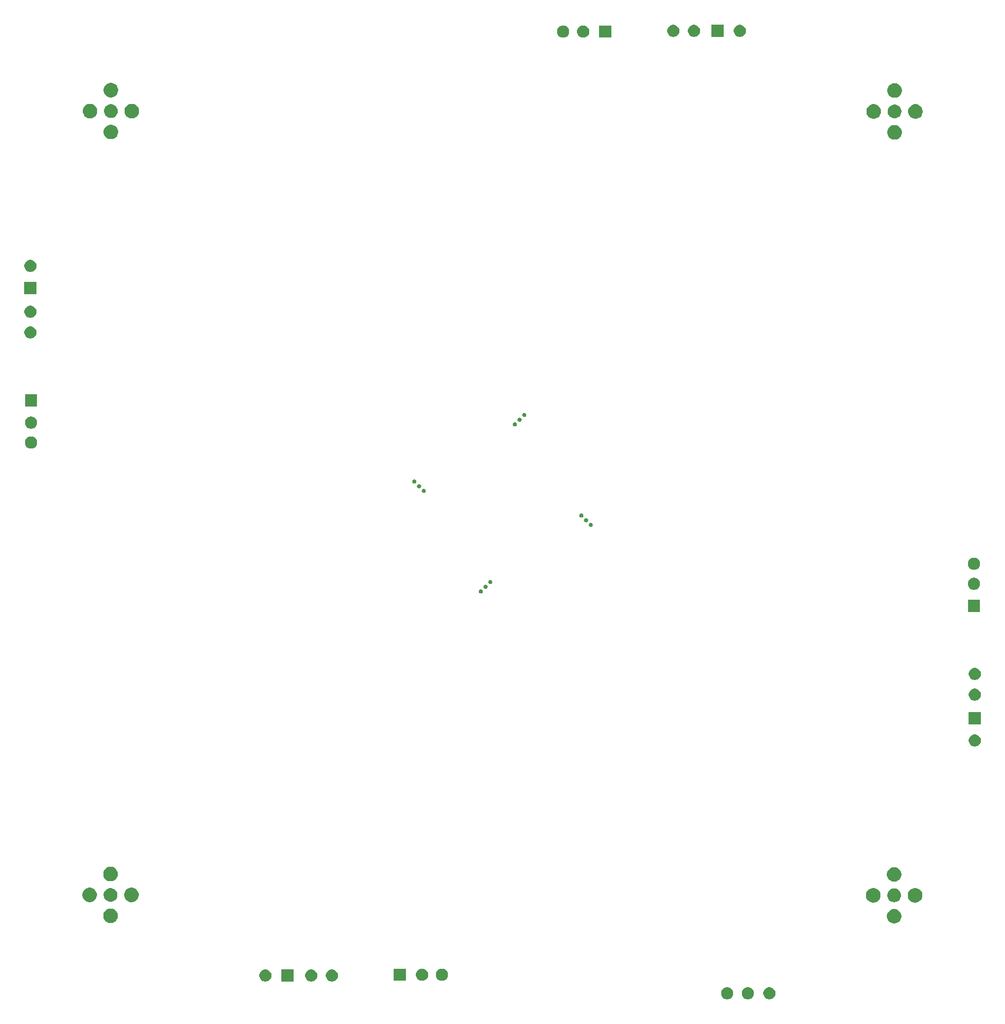
<source format=gbs>
G04 #@! TF.GenerationSoftware,KiCad,Pcbnew,5.0.2-bee76a0~70~ubuntu18.04.1*
G04 #@! TF.CreationDate,2019-03-23T19:21:48-04:00*
G04 #@! TF.ProjectId,Array_v1,41727261-795f-4763-912e-6b696361645f,rev?*
G04 #@! TF.SameCoordinates,Original*
G04 #@! TF.FileFunction,Soldermask,Bot*
G04 #@! TF.FilePolarity,Negative*
%FSLAX46Y46*%
G04 Gerber Fmt 4.6, Leading zero omitted, Abs format (unit mm)*
G04 Created by KiCad (PCBNEW 5.0.2-bee76a0~70~ubuntu18.04.1) date Sat 23 Mar 2019 07:21:48 PM EDT*
%MOMM*%
%LPD*%
G01*
G04 APERTURE LIST*
%ADD10C,0.100000*%
G04 APERTURE END LIST*
D10*
G36*
X-119073586Y-173233879D02*
X-119073584Y-173233880D01*
X-119073583Y-173233880D01*
X-118882406Y-173313068D01*
X-118710349Y-173428033D01*
X-118564033Y-173574349D01*
X-118449068Y-173746406D01*
X-118369879Y-173937586D01*
X-118329510Y-174140534D01*
X-118329510Y-174347466D01*
X-118369879Y-174550414D01*
X-118449068Y-174741594D01*
X-118564033Y-174913651D01*
X-118710349Y-175059967D01*
X-118710352Y-175059969D01*
X-118882406Y-175174932D01*
X-119073583Y-175254120D01*
X-119073584Y-175254120D01*
X-119073586Y-175254121D01*
X-119276534Y-175294490D01*
X-119483466Y-175294490D01*
X-119686414Y-175254121D01*
X-119686416Y-175254120D01*
X-119686417Y-175254120D01*
X-119877594Y-175174932D01*
X-120049648Y-175059969D01*
X-120049651Y-175059967D01*
X-120195967Y-174913651D01*
X-120310932Y-174741594D01*
X-120390121Y-174550414D01*
X-120430490Y-174347466D01*
X-120430490Y-174140534D01*
X-120390121Y-173937586D01*
X-120310932Y-173746406D01*
X-120195967Y-173574349D01*
X-120049651Y-173428033D01*
X-119877594Y-173313068D01*
X-119686417Y-173233880D01*
X-119686416Y-173233880D01*
X-119686414Y-173233879D01*
X-119483466Y-173193510D01*
X-119276534Y-173193510D01*
X-119073586Y-173233879D01*
X-119073586Y-173233879D01*
G37*
G36*
X-115517586Y-173233879D02*
X-115517584Y-173233880D01*
X-115517583Y-173233880D01*
X-115326406Y-173313068D01*
X-115154349Y-173428033D01*
X-115008033Y-173574349D01*
X-114893068Y-173746406D01*
X-114813879Y-173937586D01*
X-114773510Y-174140534D01*
X-114773510Y-174347466D01*
X-114813879Y-174550414D01*
X-114893068Y-174741594D01*
X-115008033Y-174913651D01*
X-115154349Y-175059967D01*
X-115154352Y-175059969D01*
X-115326406Y-175174932D01*
X-115517583Y-175254120D01*
X-115517584Y-175254120D01*
X-115517586Y-175254121D01*
X-115720534Y-175294490D01*
X-115927466Y-175294490D01*
X-116130414Y-175254121D01*
X-116130416Y-175254120D01*
X-116130417Y-175254120D01*
X-116321594Y-175174932D01*
X-116493648Y-175059969D01*
X-116493651Y-175059967D01*
X-116639967Y-174913651D01*
X-116754932Y-174741594D01*
X-116834121Y-174550414D01*
X-116874490Y-174347466D01*
X-116874490Y-174140534D01*
X-116834121Y-173937586D01*
X-116754932Y-173746406D01*
X-116639967Y-173574349D01*
X-116493651Y-173428033D01*
X-116321594Y-173313068D01*
X-116130417Y-173233880D01*
X-116130416Y-173233880D01*
X-116130414Y-173233879D01*
X-115927466Y-173193510D01*
X-115720534Y-173193510D01*
X-115517586Y-173233879D01*
X-115517586Y-173233879D01*
G37*
G36*
X-111834586Y-173233879D02*
X-111834584Y-173233880D01*
X-111834583Y-173233880D01*
X-111643406Y-173313068D01*
X-111471349Y-173428033D01*
X-111325033Y-173574349D01*
X-111210068Y-173746406D01*
X-111130879Y-173937586D01*
X-111090510Y-174140534D01*
X-111090510Y-174347466D01*
X-111130879Y-174550414D01*
X-111210068Y-174741594D01*
X-111325033Y-174913651D01*
X-111471349Y-175059967D01*
X-111471352Y-175059969D01*
X-111643406Y-175174932D01*
X-111834583Y-175254120D01*
X-111834584Y-175254120D01*
X-111834586Y-175254121D01*
X-112037534Y-175294490D01*
X-112244466Y-175294490D01*
X-112447414Y-175254121D01*
X-112447416Y-175254120D01*
X-112447417Y-175254120D01*
X-112638594Y-175174932D01*
X-112810648Y-175059969D01*
X-112810651Y-175059967D01*
X-112956967Y-174913651D01*
X-113071932Y-174741594D01*
X-113151121Y-174550414D01*
X-113191490Y-174347466D01*
X-113191490Y-174140534D01*
X-113151121Y-173937586D01*
X-113071932Y-173746406D01*
X-112956967Y-173574349D01*
X-112810651Y-173428033D01*
X-112638594Y-173313068D01*
X-112447417Y-173233880D01*
X-112447416Y-173233880D01*
X-112447414Y-173233879D01*
X-112244466Y-173193510D01*
X-112037534Y-173193510D01*
X-111834586Y-173233879D01*
X-111834586Y-173233879D01*
G37*
G36*
X-193894510Y-172246490D02*
X-195995490Y-172246490D01*
X-195995490Y-170145510D01*
X-193894510Y-170145510D01*
X-193894510Y-172246490D01*
X-193894510Y-172246490D01*
G37*
G36*
X-198448586Y-170185879D02*
X-198448584Y-170185880D01*
X-198448583Y-170185880D01*
X-198286466Y-170253031D01*
X-198257406Y-170265068D01*
X-198085349Y-170380033D01*
X-197939033Y-170526349D01*
X-197824068Y-170698406D01*
X-197744879Y-170889586D01*
X-197704510Y-171092534D01*
X-197704510Y-171299466D01*
X-197744879Y-171502414D01*
X-197824068Y-171693594D01*
X-197939033Y-171865651D01*
X-198085349Y-172011967D01*
X-198085352Y-172011969D01*
X-198257406Y-172126932D01*
X-198448583Y-172206120D01*
X-198448584Y-172206120D01*
X-198448586Y-172206121D01*
X-198651534Y-172246490D01*
X-198858466Y-172246490D01*
X-199061414Y-172206121D01*
X-199061416Y-172206120D01*
X-199061417Y-172206120D01*
X-199252594Y-172126932D01*
X-199424648Y-172011969D01*
X-199424651Y-172011967D01*
X-199570967Y-171865651D01*
X-199685932Y-171693594D01*
X-199765121Y-171502414D01*
X-199805490Y-171299466D01*
X-199805490Y-171092534D01*
X-199765121Y-170889586D01*
X-199685932Y-170698406D01*
X-199570967Y-170526349D01*
X-199424651Y-170380033D01*
X-199252594Y-170265068D01*
X-199223534Y-170253031D01*
X-199061417Y-170185880D01*
X-199061416Y-170185880D01*
X-199061414Y-170185879D01*
X-198858466Y-170145510D01*
X-198651534Y-170145510D01*
X-198448586Y-170185879D01*
X-198448586Y-170185879D01*
G37*
G36*
X-190574586Y-170185879D02*
X-190574584Y-170185880D01*
X-190574583Y-170185880D01*
X-190412466Y-170253031D01*
X-190383406Y-170265068D01*
X-190211349Y-170380033D01*
X-190065033Y-170526349D01*
X-189950068Y-170698406D01*
X-189870879Y-170889586D01*
X-189830510Y-171092534D01*
X-189830510Y-171299466D01*
X-189870879Y-171502414D01*
X-189950068Y-171693594D01*
X-190065033Y-171865651D01*
X-190211349Y-172011967D01*
X-190211352Y-172011969D01*
X-190383406Y-172126932D01*
X-190574583Y-172206120D01*
X-190574584Y-172206120D01*
X-190574586Y-172206121D01*
X-190777534Y-172246490D01*
X-190984466Y-172246490D01*
X-191187414Y-172206121D01*
X-191187416Y-172206120D01*
X-191187417Y-172206120D01*
X-191378594Y-172126932D01*
X-191550648Y-172011969D01*
X-191550651Y-172011967D01*
X-191696967Y-171865651D01*
X-191811932Y-171693594D01*
X-191891121Y-171502414D01*
X-191931490Y-171299466D01*
X-191931490Y-171092534D01*
X-191891121Y-170889586D01*
X-191811932Y-170698406D01*
X-191696967Y-170526349D01*
X-191550651Y-170380033D01*
X-191378594Y-170265068D01*
X-191349534Y-170253031D01*
X-191187417Y-170185880D01*
X-191187416Y-170185880D01*
X-191187414Y-170185879D01*
X-190984466Y-170145510D01*
X-190777534Y-170145510D01*
X-190574586Y-170185879D01*
X-190574586Y-170185879D01*
G37*
G36*
X-187018586Y-170185879D02*
X-187018584Y-170185880D01*
X-187018583Y-170185880D01*
X-186856466Y-170253031D01*
X-186827406Y-170265068D01*
X-186655349Y-170380033D01*
X-186509033Y-170526349D01*
X-186394068Y-170698406D01*
X-186314879Y-170889586D01*
X-186274510Y-171092534D01*
X-186274510Y-171299466D01*
X-186314879Y-171502414D01*
X-186394068Y-171693594D01*
X-186509033Y-171865651D01*
X-186655349Y-172011967D01*
X-186655352Y-172011969D01*
X-186827406Y-172126932D01*
X-187018583Y-172206120D01*
X-187018584Y-172206120D01*
X-187018586Y-172206121D01*
X-187221534Y-172246490D01*
X-187428466Y-172246490D01*
X-187631414Y-172206121D01*
X-187631416Y-172206120D01*
X-187631417Y-172206120D01*
X-187822594Y-172126932D01*
X-187994648Y-172011969D01*
X-187994651Y-172011967D01*
X-188140967Y-171865651D01*
X-188255932Y-171693594D01*
X-188335121Y-171502414D01*
X-188375490Y-171299466D01*
X-188375490Y-171092534D01*
X-188335121Y-170889586D01*
X-188255932Y-170698406D01*
X-188140967Y-170526349D01*
X-187994651Y-170380033D01*
X-187822594Y-170265068D01*
X-187793534Y-170253031D01*
X-187631417Y-170185880D01*
X-187631416Y-170185880D01*
X-187631414Y-170185879D01*
X-187428466Y-170145510D01*
X-187221534Y-170145510D01*
X-187018586Y-170185879D01*
X-187018586Y-170185879D01*
G37*
G36*
X-174590510Y-172119490D02*
X-176691490Y-172119490D01*
X-176691490Y-170018510D01*
X-174590510Y-170018510D01*
X-174590510Y-172119490D01*
X-174590510Y-172119490D01*
G37*
G36*
X-171524586Y-170058879D02*
X-171524584Y-170058880D01*
X-171524583Y-170058880D01*
X-171333406Y-170138068D01*
X-171161349Y-170253033D01*
X-171015033Y-170399349D01*
X-170900068Y-170571406D01*
X-170820879Y-170762586D01*
X-170780510Y-170965534D01*
X-170780510Y-171172466D01*
X-170820879Y-171375414D01*
X-170900068Y-171566594D01*
X-171015033Y-171738651D01*
X-171161349Y-171884967D01*
X-171161352Y-171884969D01*
X-171333406Y-171999932D01*
X-171524583Y-172079120D01*
X-171524584Y-172079120D01*
X-171524586Y-172079121D01*
X-171727534Y-172119490D01*
X-171934466Y-172119490D01*
X-172137414Y-172079121D01*
X-172137416Y-172079120D01*
X-172137417Y-172079120D01*
X-172328594Y-171999932D01*
X-172500648Y-171884969D01*
X-172500651Y-171884967D01*
X-172646967Y-171738651D01*
X-172761932Y-171566594D01*
X-172841121Y-171375414D01*
X-172881490Y-171172466D01*
X-172881490Y-170965534D01*
X-172841121Y-170762586D01*
X-172761932Y-170571406D01*
X-172646967Y-170399349D01*
X-172500651Y-170253033D01*
X-172328594Y-170138068D01*
X-172137417Y-170058880D01*
X-172137416Y-170058880D01*
X-172137414Y-170058879D01*
X-171934466Y-170018510D01*
X-171727534Y-170018510D01*
X-171524586Y-170058879D01*
X-171524586Y-170058879D01*
G37*
G36*
X-168095586Y-170058879D02*
X-168095584Y-170058880D01*
X-168095583Y-170058880D01*
X-167904406Y-170138068D01*
X-167732349Y-170253033D01*
X-167586033Y-170399349D01*
X-167471068Y-170571406D01*
X-167391879Y-170762586D01*
X-167351510Y-170965534D01*
X-167351510Y-171172466D01*
X-167391879Y-171375414D01*
X-167471068Y-171566594D01*
X-167586033Y-171738651D01*
X-167732349Y-171884967D01*
X-167732352Y-171884969D01*
X-167904406Y-171999932D01*
X-168095583Y-172079120D01*
X-168095584Y-172079120D01*
X-168095586Y-172079121D01*
X-168298534Y-172119490D01*
X-168505466Y-172119490D01*
X-168708414Y-172079121D01*
X-168708416Y-172079120D01*
X-168708417Y-172079120D01*
X-168899594Y-171999932D01*
X-169071648Y-171884969D01*
X-169071651Y-171884967D01*
X-169217967Y-171738651D01*
X-169332932Y-171566594D01*
X-169412121Y-171375414D01*
X-169452490Y-171172466D01*
X-169452490Y-170965534D01*
X-169412121Y-170762586D01*
X-169332932Y-170571406D01*
X-169217967Y-170399349D01*
X-169071651Y-170253033D01*
X-168899594Y-170138068D01*
X-168708417Y-170058880D01*
X-168708416Y-170058880D01*
X-168708414Y-170058879D01*
X-168505466Y-170018510D01*
X-168298534Y-170018510D01*
X-168095586Y-170058879D01*
X-168095586Y-170058879D01*
G37*
G36*
X-90499901Y-159767574D02*
X-90318634Y-159803630D01*
X-90090966Y-159897933D01*
X-89886995Y-160034223D01*
X-89886068Y-160034842D01*
X-89711824Y-160209086D01*
X-89711822Y-160209089D01*
X-89574915Y-160413984D01*
X-89480612Y-160641652D01*
X-89432537Y-160883342D01*
X-89432537Y-161129768D01*
X-89480612Y-161371458D01*
X-89574915Y-161599126D01*
X-89667061Y-161737031D01*
X-89711824Y-161804024D01*
X-89886068Y-161978268D01*
X-89886071Y-161978270D01*
X-90090966Y-162115177D01*
X-90318634Y-162209480D01*
X-90499901Y-162245536D01*
X-90560323Y-162257555D01*
X-90806751Y-162257555D01*
X-90867173Y-162245536D01*
X-91048440Y-162209480D01*
X-91276108Y-162115177D01*
X-91481003Y-161978270D01*
X-91481006Y-161978268D01*
X-91655250Y-161804024D01*
X-91700013Y-161737031D01*
X-91792159Y-161599126D01*
X-91886462Y-161371458D01*
X-91934537Y-161129768D01*
X-91934537Y-160883342D01*
X-91886462Y-160641652D01*
X-91792159Y-160413984D01*
X-91655252Y-160209089D01*
X-91655250Y-160209086D01*
X-91481006Y-160034842D01*
X-91480079Y-160034223D01*
X-91276108Y-159897933D01*
X-91048440Y-159803630D01*
X-90867173Y-159767574D01*
X-90806751Y-159755555D01*
X-90560323Y-159755555D01*
X-90499901Y-159767574D01*
X-90499901Y-159767574D01*
G37*
G36*
X-225175817Y-159700584D02*
X-224994550Y-159736640D01*
X-224766882Y-159830943D01*
X-224562911Y-159967233D01*
X-224561984Y-159967852D01*
X-224387740Y-160142096D01*
X-224387738Y-160142099D01*
X-224250831Y-160346994D01*
X-224156528Y-160574662D01*
X-224108453Y-160816352D01*
X-224108453Y-161062778D01*
X-224156528Y-161304468D01*
X-224250831Y-161532136D01*
X-224387121Y-161736107D01*
X-224387740Y-161737034D01*
X-224561984Y-161911278D01*
X-224561987Y-161911280D01*
X-224766882Y-162048187D01*
X-224994550Y-162142490D01*
X-225175817Y-162178546D01*
X-225236239Y-162190565D01*
X-225482667Y-162190565D01*
X-225543089Y-162178546D01*
X-225724356Y-162142490D01*
X-225952024Y-162048187D01*
X-226156919Y-161911280D01*
X-226156922Y-161911278D01*
X-226331166Y-161737034D01*
X-226331785Y-161736107D01*
X-226468075Y-161532136D01*
X-226562378Y-161304468D01*
X-226610453Y-161062778D01*
X-226610453Y-160816352D01*
X-226562378Y-160574662D01*
X-226468075Y-160346994D01*
X-226331168Y-160142099D01*
X-226331166Y-160142096D01*
X-226156922Y-159967852D01*
X-226155995Y-159967233D01*
X-225952024Y-159830943D01*
X-225724356Y-159736640D01*
X-225543089Y-159700584D01*
X-225482667Y-159688565D01*
X-225236239Y-159688565D01*
X-225175817Y-159700584D01*
X-225175817Y-159700584D01*
G37*
G36*
X-94112157Y-156171463D02*
X-93910736Y-156211528D01*
X-93683068Y-156305831D01*
X-93491244Y-156434004D01*
X-93478170Y-156442740D01*
X-93303926Y-156616984D01*
X-93303924Y-156616987D01*
X-93167017Y-156821882D01*
X-93072714Y-157049550D01*
X-93024639Y-157291240D01*
X-93024639Y-157537666D01*
X-93072714Y-157779356D01*
X-93167017Y-158007024D01*
X-93227217Y-158097119D01*
X-93303926Y-158211922D01*
X-93478170Y-158386166D01*
X-93478173Y-158386168D01*
X-93683068Y-158523075D01*
X-93910736Y-158617378D01*
X-94092004Y-158653434D01*
X-94152425Y-158665453D01*
X-94398853Y-158665453D01*
X-94459274Y-158653434D01*
X-94640542Y-158617378D01*
X-94868210Y-158523075D01*
X-95073105Y-158386168D01*
X-95073108Y-158386166D01*
X-95247352Y-158211922D01*
X-95324061Y-158097119D01*
X-95384261Y-158007024D01*
X-95478564Y-157779356D01*
X-95526639Y-157537666D01*
X-95526639Y-157291240D01*
X-95478564Y-157049550D01*
X-95384261Y-156821882D01*
X-95247354Y-156616987D01*
X-95247352Y-156616984D01*
X-95073108Y-156442740D01*
X-95060034Y-156434004D01*
X-94868210Y-156305831D01*
X-94640542Y-156211528D01*
X-94439121Y-156171463D01*
X-94398853Y-156163453D01*
X-94152425Y-156163453D01*
X-94112157Y-156171463D01*
X-94112157Y-156171463D01*
G37*
G36*
X-86927953Y-156171463D02*
X-86726532Y-156211528D01*
X-86498864Y-156305831D01*
X-86307040Y-156434004D01*
X-86293966Y-156442740D01*
X-86119722Y-156616984D01*
X-86119720Y-156616987D01*
X-85982813Y-156821882D01*
X-85888510Y-157049550D01*
X-85840435Y-157291240D01*
X-85840435Y-157537666D01*
X-85888510Y-157779356D01*
X-85982813Y-158007024D01*
X-86043013Y-158097119D01*
X-86119722Y-158211922D01*
X-86293966Y-158386166D01*
X-86293969Y-158386168D01*
X-86498864Y-158523075D01*
X-86726532Y-158617378D01*
X-86907800Y-158653434D01*
X-86968221Y-158665453D01*
X-87214649Y-158665453D01*
X-87275070Y-158653434D01*
X-87456338Y-158617378D01*
X-87684006Y-158523075D01*
X-87888901Y-158386168D01*
X-87888904Y-158386166D01*
X-88063148Y-158211922D01*
X-88139857Y-158097119D01*
X-88200057Y-158007024D01*
X-88294360Y-157779356D01*
X-88342435Y-157537666D01*
X-88342435Y-157291240D01*
X-88294360Y-157049550D01*
X-88200057Y-156821882D01*
X-88063150Y-156616987D01*
X-88063148Y-156616984D01*
X-87888904Y-156442740D01*
X-87875830Y-156434004D01*
X-87684006Y-156305831D01*
X-87456338Y-156211528D01*
X-87254917Y-156171463D01*
X-87214649Y-156163453D01*
X-86968221Y-156163453D01*
X-86927953Y-156171463D01*
X-86927953Y-156171463D01*
G37*
G36*
X-221583716Y-156108482D02*
X-221402448Y-156144538D01*
X-221174780Y-156238841D01*
X-220975053Y-156372295D01*
X-220969882Y-156375750D01*
X-220795638Y-156549994D01*
X-220795636Y-156549997D01*
X-220658729Y-156754892D01*
X-220564426Y-156982560D01*
X-220516351Y-157224250D01*
X-220516351Y-157470676D01*
X-220564426Y-157712366D01*
X-220658729Y-157940034D01*
X-220763690Y-158097119D01*
X-220795638Y-158144932D01*
X-220969882Y-158319176D01*
X-220969885Y-158319178D01*
X-221174780Y-158456085D01*
X-221402448Y-158550388D01*
X-221583715Y-158586444D01*
X-221644137Y-158598463D01*
X-221890565Y-158598463D01*
X-221950987Y-158586444D01*
X-222132254Y-158550388D01*
X-222359922Y-158456085D01*
X-222564817Y-158319178D01*
X-222564820Y-158319176D01*
X-222739064Y-158144932D01*
X-222771012Y-158097119D01*
X-222875973Y-157940034D01*
X-222970276Y-157712366D01*
X-223018351Y-157470676D01*
X-223018351Y-157224250D01*
X-222970276Y-156982560D01*
X-222875973Y-156754892D01*
X-222739066Y-156549997D01*
X-222739064Y-156549994D01*
X-222564820Y-156375750D01*
X-222559649Y-156372295D01*
X-222359922Y-156238841D01*
X-222132254Y-156144538D01*
X-221950986Y-156108482D01*
X-221890565Y-156096463D01*
X-221644137Y-156096463D01*
X-221583716Y-156108482D01*
X-221583716Y-156108482D01*
G37*
G36*
X-228767920Y-156108482D02*
X-228586652Y-156144538D01*
X-228358984Y-156238841D01*
X-228159257Y-156372295D01*
X-228154086Y-156375750D01*
X-227979842Y-156549994D01*
X-227979840Y-156549997D01*
X-227842933Y-156754892D01*
X-227748630Y-156982560D01*
X-227700555Y-157224250D01*
X-227700555Y-157470676D01*
X-227748630Y-157712366D01*
X-227842933Y-157940034D01*
X-227947894Y-158097119D01*
X-227979842Y-158144932D01*
X-228154086Y-158319176D01*
X-228154089Y-158319178D01*
X-228358984Y-158456085D01*
X-228586652Y-158550388D01*
X-228767919Y-158586444D01*
X-228828341Y-158598463D01*
X-229074769Y-158598463D01*
X-229135191Y-158586444D01*
X-229316458Y-158550388D01*
X-229544126Y-158456085D01*
X-229749021Y-158319178D01*
X-229749024Y-158319176D01*
X-229923268Y-158144932D01*
X-229955216Y-158097119D01*
X-230060177Y-157940034D01*
X-230154480Y-157712366D01*
X-230202555Y-157470676D01*
X-230202555Y-157224250D01*
X-230154480Y-156982560D01*
X-230060177Y-156754892D01*
X-229923270Y-156549997D01*
X-229923268Y-156549994D01*
X-229749024Y-156375750D01*
X-229743853Y-156372295D01*
X-229544126Y-156238841D01*
X-229316458Y-156144538D01*
X-229135190Y-156108482D01*
X-229074769Y-156096463D01*
X-228828341Y-156096463D01*
X-228767920Y-156108482D01*
X-228767920Y-156108482D01*
G37*
G36*
X-90454110Y-156261050D02*
X-90340510Y-156283646D01*
X-90126492Y-156372295D01*
X-90021067Y-156442738D01*
X-89933878Y-156500996D01*
X-89770080Y-156664794D01*
X-89770078Y-156664797D01*
X-89641379Y-156857408D01*
X-89561790Y-157049553D01*
X-89552730Y-157071427D01*
X-89507537Y-157298626D01*
X-89507537Y-157530280D01*
X-89530133Y-157643879D01*
X-89552730Y-157757480D01*
X-89641379Y-157971498D01*
X-89665117Y-158007024D01*
X-89770080Y-158164112D01*
X-89933878Y-158327910D01*
X-89933881Y-158327912D01*
X-90126492Y-158456611D01*
X-90340510Y-158545260D01*
X-90454111Y-158567857D01*
X-90567710Y-158590453D01*
X-90799364Y-158590453D01*
X-90912963Y-158567857D01*
X-91026564Y-158545260D01*
X-91240582Y-158456611D01*
X-91433193Y-158327912D01*
X-91433196Y-158327910D01*
X-91596994Y-158164112D01*
X-91701957Y-158007024D01*
X-91725695Y-157971498D01*
X-91814344Y-157757480D01*
X-91836941Y-157643879D01*
X-91859537Y-157530280D01*
X-91859537Y-157298626D01*
X-91814344Y-157071427D01*
X-91805284Y-157049553D01*
X-91725695Y-156857408D01*
X-91596996Y-156664797D01*
X-91596994Y-156664794D01*
X-91433196Y-156500996D01*
X-91346007Y-156442738D01*
X-91240582Y-156372295D01*
X-91026564Y-156283646D01*
X-90912964Y-156261050D01*
X-90799364Y-156238453D01*
X-90567710Y-156238453D01*
X-90454110Y-156261050D01*
X-90454110Y-156261050D01*
G37*
G36*
X-225130026Y-156194060D02*
X-225016426Y-156216656D01*
X-224802408Y-156305305D01*
X-224702151Y-156372295D01*
X-224609794Y-156434006D01*
X-224445996Y-156597804D01*
X-224445994Y-156597807D01*
X-224317295Y-156790418D01*
X-224237706Y-156982563D01*
X-224228646Y-157004437D01*
X-224183453Y-157231636D01*
X-224183453Y-157463290D01*
X-224196778Y-157530279D01*
X-224228646Y-157690490D01*
X-224317295Y-157904508D01*
X-224445127Y-158095821D01*
X-224445996Y-158097122D01*
X-224609794Y-158260920D01*
X-224609797Y-158260922D01*
X-224802408Y-158389621D01*
X-225016426Y-158478270D01*
X-225130026Y-158500866D01*
X-225243626Y-158523463D01*
X-225475280Y-158523463D01*
X-225588880Y-158500866D01*
X-225702480Y-158478270D01*
X-225916498Y-158389621D01*
X-226109109Y-158260922D01*
X-226109112Y-158260920D01*
X-226272910Y-158097122D01*
X-226273779Y-158095821D01*
X-226401611Y-157904508D01*
X-226490260Y-157690490D01*
X-226522128Y-157530279D01*
X-226535453Y-157463290D01*
X-226535453Y-157231636D01*
X-226490260Y-157004437D01*
X-226481200Y-156982563D01*
X-226401611Y-156790418D01*
X-226272912Y-156597807D01*
X-226272910Y-156597804D01*
X-226109112Y-156434006D01*
X-226016755Y-156372295D01*
X-225916498Y-156305305D01*
X-225702480Y-156216656D01*
X-225588880Y-156194060D01*
X-225475280Y-156171463D01*
X-225243626Y-156171463D01*
X-225130026Y-156194060D01*
X-225130026Y-156194060D01*
G37*
G36*
X-90499902Y-152583370D02*
X-90318634Y-152619426D01*
X-90090966Y-152713729D01*
X-89886995Y-152850019D01*
X-89886068Y-152850638D01*
X-89711824Y-153024882D01*
X-89711822Y-153024885D01*
X-89574915Y-153229780D01*
X-89480612Y-153457448D01*
X-89432537Y-153699138D01*
X-89432537Y-153945564D01*
X-89480612Y-154187254D01*
X-89574915Y-154414922D01*
X-89667061Y-154552827D01*
X-89711824Y-154619820D01*
X-89886068Y-154794064D01*
X-89886071Y-154794066D01*
X-90090966Y-154930973D01*
X-90318634Y-155025276D01*
X-90499901Y-155061332D01*
X-90560323Y-155073351D01*
X-90806751Y-155073351D01*
X-90867173Y-155061332D01*
X-91048440Y-155025276D01*
X-91276108Y-154930973D01*
X-91481003Y-154794066D01*
X-91481006Y-154794064D01*
X-91655250Y-154619820D01*
X-91700013Y-154552827D01*
X-91792159Y-154414922D01*
X-91886462Y-154187254D01*
X-91934537Y-153945564D01*
X-91934537Y-153699138D01*
X-91886462Y-153457448D01*
X-91792159Y-153229780D01*
X-91655252Y-153024885D01*
X-91655250Y-153024882D01*
X-91481006Y-152850638D01*
X-91480079Y-152850019D01*
X-91276108Y-152713729D01*
X-91048440Y-152619426D01*
X-90867172Y-152583370D01*
X-90806751Y-152571351D01*
X-90560323Y-152571351D01*
X-90499902Y-152583370D01*
X-90499902Y-152583370D01*
G37*
G36*
X-225175818Y-152516380D02*
X-224994550Y-152552436D01*
X-224766882Y-152646739D01*
X-224562911Y-152783029D01*
X-224561984Y-152783648D01*
X-224387740Y-152957892D01*
X-224387738Y-152957895D01*
X-224250831Y-153162790D01*
X-224156528Y-153390458D01*
X-224108453Y-153632148D01*
X-224108453Y-153878574D01*
X-224156528Y-154120264D01*
X-224250831Y-154347932D01*
X-224387121Y-154551903D01*
X-224387740Y-154552830D01*
X-224561984Y-154727074D01*
X-224561987Y-154727076D01*
X-224766882Y-154863983D01*
X-224994550Y-154958286D01*
X-225175818Y-154994342D01*
X-225236239Y-155006361D01*
X-225482667Y-155006361D01*
X-225543088Y-154994342D01*
X-225724356Y-154958286D01*
X-225952024Y-154863983D01*
X-226156919Y-154727076D01*
X-226156922Y-154727074D01*
X-226331166Y-154552830D01*
X-226331785Y-154551903D01*
X-226468075Y-154347932D01*
X-226562378Y-154120264D01*
X-226610453Y-153878574D01*
X-226610453Y-153632148D01*
X-226562378Y-153390458D01*
X-226468075Y-153162790D01*
X-226331168Y-152957895D01*
X-226331166Y-152957892D01*
X-226156922Y-152783648D01*
X-226155995Y-152783029D01*
X-225952024Y-152646739D01*
X-225724356Y-152552436D01*
X-225543088Y-152516380D01*
X-225482667Y-152504361D01*
X-225236239Y-152504361D01*
X-225175818Y-152516380D01*
X-225175818Y-152516380D01*
G37*
G36*
X-76528586Y-129799879D02*
X-76528584Y-129799880D01*
X-76528583Y-129799880D01*
X-76337406Y-129879068D01*
X-76165349Y-129994033D01*
X-76019033Y-130140349D01*
X-75904068Y-130312406D01*
X-75824879Y-130503586D01*
X-75784510Y-130706534D01*
X-75784510Y-130913466D01*
X-75824879Y-131116414D01*
X-75904068Y-131307594D01*
X-76019033Y-131479651D01*
X-76165349Y-131625967D01*
X-76165352Y-131625969D01*
X-76337406Y-131740932D01*
X-76528583Y-131820120D01*
X-76528584Y-131820120D01*
X-76528586Y-131820121D01*
X-76731534Y-131860490D01*
X-76938466Y-131860490D01*
X-77141414Y-131820121D01*
X-77141416Y-131820120D01*
X-77141417Y-131820120D01*
X-77332594Y-131740932D01*
X-77504648Y-131625969D01*
X-77504651Y-131625967D01*
X-77650967Y-131479651D01*
X-77765932Y-131307594D01*
X-77845121Y-131116414D01*
X-77885490Y-130913466D01*
X-77885490Y-130706534D01*
X-77845121Y-130503586D01*
X-77765932Y-130312406D01*
X-77650967Y-130140349D01*
X-77504651Y-129994033D01*
X-77332594Y-129879068D01*
X-77141417Y-129799880D01*
X-77141416Y-129799880D01*
X-77141414Y-129799879D01*
X-76938466Y-129759510D01*
X-76731534Y-129759510D01*
X-76528586Y-129799879D01*
X-76528586Y-129799879D01*
G37*
G36*
X-75784510Y-128050490D02*
X-77885490Y-128050490D01*
X-77885490Y-125949510D01*
X-75784510Y-125949510D01*
X-75784510Y-128050490D01*
X-75784510Y-128050490D01*
G37*
G36*
X-76528586Y-121925879D02*
X-76528584Y-121925880D01*
X-76528583Y-121925880D01*
X-76337406Y-122005068D01*
X-76165349Y-122120033D01*
X-76019033Y-122266349D01*
X-75904068Y-122438406D01*
X-75824879Y-122629586D01*
X-75784510Y-122832534D01*
X-75784510Y-123039466D01*
X-75824879Y-123242414D01*
X-75904068Y-123433594D01*
X-76019033Y-123605651D01*
X-76165349Y-123751967D01*
X-76165352Y-123751969D01*
X-76337406Y-123866932D01*
X-76528583Y-123946120D01*
X-76528584Y-123946120D01*
X-76528586Y-123946121D01*
X-76731534Y-123986490D01*
X-76938466Y-123986490D01*
X-77141414Y-123946121D01*
X-77141416Y-123946120D01*
X-77141417Y-123946120D01*
X-77332594Y-123866932D01*
X-77504648Y-123751969D01*
X-77504651Y-123751967D01*
X-77650967Y-123605651D01*
X-77765932Y-123433594D01*
X-77845121Y-123242414D01*
X-77885490Y-123039466D01*
X-77885490Y-122832534D01*
X-77845121Y-122629586D01*
X-77765932Y-122438406D01*
X-77650967Y-122266349D01*
X-77504651Y-122120033D01*
X-77332594Y-122005068D01*
X-77141417Y-121925880D01*
X-77141416Y-121925880D01*
X-77141414Y-121925879D01*
X-76938466Y-121885510D01*
X-76731534Y-121885510D01*
X-76528586Y-121925879D01*
X-76528586Y-121925879D01*
G37*
G36*
X-76528586Y-118369879D02*
X-76528584Y-118369880D01*
X-76528583Y-118369880D01*
X-76337406Y-118449068D01*
X-76165349Y-118564033D01*
X-76019033Y-118710349D01*
X-75904068Y-118882406D01*
X-75824879Y-119073586D01*
X-75784510Y-119276534D01*
X-75784510Y-119483466D01*
X-75824879Y-119686414D01*
X-75904068Y-119877594D01*
X-76019033Y-120049651D01*
X-76165349Y-120195967D01*
X-76165352Y-120195969D01*
X-76337406Y-120310932D01*
X-76528583Y-120390120D01*
X-76528584Y-120390120D01*
X-76528586Y-120390121D01*
X-76731534Y-120430490D01*
X-76938466Y-120430490D01*
X-77141414Y-120390121D01*
X-77141416Y-120390120D01*
X-77141417Y-120390120D01*
X-77332594Y-120310932D01*
X-77504648Y-120195969D01*
X-77504651Y-120195967D01*
X-77650967Y-120049651D01*
X-77765932Y-119877594D01*
X-77845121Y-119686414D01*
X-77885490Y-119483466D01*
X-77885490Y-119276534D01*
X-77845121Y-119073586D01*
X-77765932Y-118882406D01*
X-77650967Y-118710349D01*
X-77504651Y-118564033D01*
X-77332594Y-118449068D01*
X-77141417Y-118369880D01*
X-77141416Y-118369880D01*
X-77141414Y-118369879D01*
X-76938466Y-118329510D01*
X-76731534Y-118329510D01*
X-76528586Y-118369879D01*
X-76528586Y-118369879D01*
G37*
G36*
X-75911510Y-108746490D02*
X-78012490Y-108746490D01*
X-78012490Y-106645510D01*
X-75911510Y-106645510D01*
X-75911510Y-108746490D01*
X-75911510Y-108746490D01*
G37*
G36*
X-161619790Y-104869662D02*
X-161555912Y-104896121D01*
X-161498423Y-104934534D01*
X-161449534Y-104983423D01*
X-161411121Y-105040912D01*
X-161384662Y-105104790D01*
X-161371173Y-105172603D01*
X-161371173Y-105241743D01*
X-161384662Y-105309556D01*
X-161411121Y-105373434D01*
X-161449534Y-105430923D01*
X-161498423Y-105479812D01*
X-161555912Y-105518225D01*
X-161619790Y-105544684D01*
X-161687603Y-105558173D01*
X-161756743Y-105558173D01*
X-161824556Y-105544684D01*
X-161888434Y-105518225D01*
X-161945923Y-105479812D01*
X-161994812Y-105430923D01*
X-162033225Y-105373434D01*
X-162059684Y-105309556D01*
X-162073173Y-105241743D01*
X-162073173Y-105172603D01*
X-162059684Y-105104790D01*
X-162033225Y-105040912D01*
X-161994812Y-104983423D01*
X-161945923Y-104934534D01*
X-161888434Y-104896121D01*
X-161824556Y-104869662D01*
X-161756743Y-104856173D01*
X-161687603Y-104856173D01*
X-161619790Y-104869662D01*
X-161619790Y-104869662D01*
G37*
G36*
X-76655586Y-102875879D02*
X-76655584Y-102875880D01*
X-76655583Y-102875880D01*
X-76464406Y-102955068D01*
X-76292349Y-103070033D01*
X-76146033Y-103216349D01*
X-76031068Y-103388406D01*
X-75951879Y-103579586D01*
X-75911510Y-103782534D01*
X-75911510Y-103989466D01*
X-75951879Y-104192414D01*
X-76031068Y-104383594D01*
X-76146033Y-104555651D01*
X-76292349Y-104701967D01*
X-76292352Y-104701969D01*
X-76464406Y-104816932D01*
X-76655583Y-104896120D01*
X-76655584Y-104896120D01*
X-76655586Y-104896121D01*
X-76858534Y-104936490D01*
X-77065466Y-104936490D01*
X-77268414Y-104896121D01*
X-77268416Y-104896120D01*
X-77268417Y-104896120D01*
X-77459594Y-104816932D01*
X-77631648Y-104701969D01*
X-77631651Y-104701967D01*
X-77777967Y-104555651D01*
X-77892932Y-104383594D01*
X-77972121Y-104192414D01*
X-78012490Y-103989466D01*
X-78012490Y-103782534D01*
X-77972121Y-103579586D01*
X-77892932Y-103388406D01*
X-77777967Y-103216349D01*
X-77631651Y-103070033D01*
X-77459594Y-102955068D01*
X-77268417Y-102875880D01*
X-77268416Y-102875880D01*
X-77268414Y-102875879D01*
X-77065466Y-102835510D01*
X-76858534Y-102835510D01*
X-76655586Y-102875879D01*
X-76655586Y-102875879D01*
G37*
G36*
X-160806617Y-104056489D02*
X-160742739Y-104082948D01*
X-160685250Y-104121361D01*
X-160636361Y-104170250D01*
X-160597948Y-104227739D01*
X-160571489Y-104291617D01*
X-160558000Y-104359430D01*
X-160558000Y-104428570D01*
X-160571489Y-104496383D01*
X-160597948Y-104560261D01*
X-160636361Y-104617750D01*
X-160685250Y-104666639D01*
X-160738122Y-104701967D01*
X-160742739Y-104705052D01*
X-160806617Y-104731511D01*
X-160874430Y-104745000D01*
X-160943570Y-104745000D01*
X-161011383Y-104731511D01*
X-161075261Y-104705052D01*
X-161079878Y-104701967D01*
X-161132750Y-104666639D01*
X-161181639Y-104617750D01*
X-161220052Y-104560261D01*
X-161246511Y-104496383D01*
X-161260000Y-104428570D01*
X-161260000Y-104359430D01*
X-161246511Y-104291617D01*
X-161220052Y-104227739D01*
X-161181639Y-104170250D01*
X-161132750Y-104121361D01*
X-161075261Y-104082948D01*
X-161011383Y-104056489D01*
X-160943570Y-104043000D01*
X-160874430Y-104043000D01*
X-160806617Y-104056489D01*
X-160806617Y-104056489D01*
G37*
G36*
X-159993444Y-103243316D02*
X-159929566Y-103269775D01*
X-159872077Y-103308188D01*
X-159823188Y-103357077D01*
X-159784775Y-103414566D01*
X-159758316Y-103478444D01*
X-159744827Y-103546257D01*
X-159744827Y-103615397D01*
X-159758316Y-103683210D01*
X-159784775Y-103747088D01*
X-159823188Y-103804577D01*
X-159872077Y-103853466D01*
X-159929566Y-103891879D01*
X-159993444Y-103918338D01*
X-160061257Y-103931827D01*
X-160130397Y-103931827D01*
X-160198210Y-103918338D01*
X-160262088Y-103891879D01*
X-160319577Y-103853466D01*
X-160368466Y-103804577D01*
X-160406879Y-103747088D01*
X-160433338Y-103683210D01*
X-160446827Y-103615397D01*
X-160446827Y-103546257D01*
X-160433338Y-103478444D01*
X-160406879Y-103414566D01*
X-160368466Y-103357077D01*
X-160319577Y-103308188D01*
X-160262088Y-103269775D01*
X-160198210Y-103243316D01*
X-160130397Y-103229827D01*
X-160061257Y-103229827D01*
X-159993444Y-103243316D01*
X-159993444Y-103243316D01*
G37*
G36*
X-76655586Y-99446879D02*
X-76655584Y-99446880D01*
X-76655583Y-99446880D01*
X-76464406Y-99526068D01*
X-76292349Y-99641033D01*
X-76146033Y-99787349D01*
X-76031068Y-99959406D01*
X-75951879Y-100150586D01*
X-75911510Y-100353534D01*
X-75911510Y-100560466D01*
X-75951879Y-100763414D01*
X-76031068Y-100954594D01*
X-76146033Y-101126651D01*
X-76292349Y-101272967D01*
X-76292352Y-101272969D01*
X-76464406Y-101387932D01*
X-76655583Y-101467120D01*
X-76655584Y-101467120D01*
X-76655586Y-101467121D01*
X-76858534Y-101507490D01*
X-77065466Y-101507490D01*
X-77268414Y-101467121D01*
X-77268416Y-101467120D01*
X-77268417Y-101467120D01*
X-77459594Y-101387932D01*
X-77631648Y-101272969D01*
X-77631651Y-101272967D01*
X-77777967Y-101126651D01*
X-77892932Y-100954594D01*
X-77972121Y-100763414D01*
X-78012490Y-100560466D01*
X-78012490Y-100353534D01*
X-77972121Y-100150586D01*
X-77892932Y-99959406D01*
X-77777967Y-99787349D01*
X-77631651Y-99641033D01*
X-77459594Y-99526068D01*
X-77268417Y-99446880D01*
X-77268416Y-99446880D01*
X-77268414Y-99446879D01*
X-77065466Y-99406510D01*
X-76858534Y-99406510D01*
X-76655586Y-99446879D01*
X-76655586Y-99446879D01*
G37*
G36*
X-142721444Y-93439662D02*
X-142657566Y-93466121D01*
X-142600077Y-93504534D01*
X-142551188Y-93553423D01*
X-142512775Y-93610912D01*
X-142486316Y-93674790D01*
X-142472827Y-93742603D01*
X-142472827Y-93811743D01*
X-142486316Y-93879556D01*
X-142512775Y-93943434D01*
X-142551188Y-94000923D01*
X-142600077Y-94049812D01*
X-142657566Y-94088225D01*
X-142721444Y-94114684D01*
X-142789257Y-94128173D01*
X-142858397Y-94128173D01*
X-142926210Y-94114684D01*
X-142990088Y-94088225D01*
X-143047577Y-94049812D01*
X-143096466Y-94000923D01*
X-143134879Y-93943434D01*
X-143161338Y-93879556D01*
X-143174827Y-93811743D01*
X-143174827Y-93742603D01*
X-143161338Y-93674790D01*
X-143134879Y-93610912D01*
X-143096466Y-93553423D01*
X-143047577Y-93504534D01*
X-142990088Y-93466121D01*
X-142926210Y-93439662D01*
X-142858397Y-93426173D01*
X-142789257Y-93426173D01*
X-142721444Y-93439662D01*
X-142721444Y-93439662D01*
G37*
G36*
X-143534617Y-92626489D02*
X-143470739Y-92652948D01*
X-143413250Y-92691361D01*
X-143364361Y-92740250D01*
X-143325948Y-92797739D01*
X-143299489Y-92861617D01*
X-143286000Y-92929430D01*
X-143286000Y-92998570D01*
X-143299489Y-93066383D01*
X-143325948Y-93130261D01*
X-143364361Y-93187750D01*
X-143413250Y-93236639D01*
X-143470739Y-93275052D01*
X-143534617Y-93301511D01*
X-143602430Y-93315000D01*
X-143671570Y-93315000D01*
X-143739383Y-93301511D01*
X-143803261Y-93275052D01*
X-143860750Y-93236639D01*
X-143909639Y-93187750D01*
X-143948052Y-93130261D01*
X-143974511Y-93066383D01*
X-143988000Y-92998570D01*
X-143988000Y-92929430D01*
X-143974511Y-92861617D01*
X-143948052Y-92797739D01*
X-143909639Y-92740250D01*
X-143860750Y-92691361D01*
X-143803261Y-92652948D01*
X-143739383Y-92626489D01*
X-143671570Y-92613000D01*
X-143602430Y-92613000D01*
X-143534617Y-92626489D01*
X-143534617Y-92626489D01*
G37*
G36*
X-144347790Y-91813316D02*
X-144283912Y-91839775D01*
X-144226423Y-91878188D01*
X-144177534Y-91927077D01*
X-144139121Y-91984566D01*
X-144112662Y-92048444D01*
X-144099173Y-92116257D01*
X-144099173Y-92185397D01*
X-144112662Y-92253210D01*
X-144139121Y-92317088D01*
X-144177534Y-92374577D01*
X-144226423Y-92423466D01*
X-144283912Y-92461879D01*
X-144347790Y-92488338D01*
X-144415603Y-92501827D01*
X-144484743Y-92501827D01*
X-144552556Y-92488338D01*
X-144616434Y-92461879D01*
X-144673923Y-92423466D01*
X-144722812Y-92374577D01*
X-144761225Y-92317088D01*
X-144787684Y-92253210D01*
X-144801173Y-92185397D01*
X-144801173Y-92116257D01*
X-144787684Y-92048444D01*
X-144761225Y-91984566D01*
X-144722812Y-91927077D01*
X-144673923Y-91878188D01*
X-144616434Y-91839775D01*
X-144552556Y-91813316D01*
X-144484743Y-91799827D01*
X-144415603Y-91799827D01*
X-144347790Y-91813316D01*
X-144347790Y-91813316D01*
G37*
G36*
X-171423444Y-87597662D02*
X-171359566Y-87624121D01*
X-171302077Y-87662534D01*
X-171253188Y-87711423D01*
X-171214775Y-87768912D01*
X-171188316Y-87832790D01*
X-171174827Y-87900603D01*
X-171174827Y-87969743D01*
X-171188316Y-88037556D01*
X-171214775Y-88101434D01*
X-171253188Y-88158923D01*
X-171302077Y-88207812D01*
X-171359566Y-88246225D01*
X-171423444Y-88272684D01*
X-171491257Y-88286173D01*
X-171560397Y-88286173D01*
X-171628210Y-88272684D01*
X-171692088Y-88246225D01*
X-171749577Y-88207812D01*
X-171798466Y-88158923D01*
X-171836879Y-88101434D01*
X-171863338Y-88037556D01*
X-171876827Y-87969743D01*
X-171876827Y-87900603D01*
X-171863338Y-87832790D01*
X-171836879Y-87768912D01*
X-171798466Y-87711423D01*
X-171749577Y-87662534D01*
X-171692088Y-87624121D01*
X-171628210Y-87597662D01*
X-171560397Y-87584173D01*
X-171491257Y-87584173D01*
X-171423444Y-87597662D01*
X-171423444Y-87597662D01*
G37*
G36*
X-172236617Y-86784489D02*
X-172172739Y-86810948D01*
X-172115250Y-86849361D01*
X-172066361Y-86898250D01*
X-172027948Y-86955739D01*
X-172001489Y-87019617D01*
X-171988000Y-87087430D01*
X-171988000Y-87156570D01*
X-172001489Y-87224383D01*
X-172027948Y-87288261D01*
X-172066361Y-87345750D01*
X-172115250Y-87394639D01*
X-172172739Y-87433052D01*
X-172236617Y-87459511D01*
X-172304430Y-87473000D01*
X-172373570Y-87473000D01*
X-172441383Y-87459511D01*
X-172505261Y-87433052D01*
X-172562750Y-87394639D01*
X-172611639Y-87345750D01*
X-172650052Y-87288261D01*
X-172676511Y-87224383D01*
X-172690000Y-87156570D01*
X-172690000Y-87087430D01*
X-172676511Y-87019617D01*
X-172650052Y-86955739D01*
X-172611639Y-86898250D01*
X-172562750Y-86849361D01*
X-172505261Y-86810948D01*
X-172441383Y-86784489D01*
X-172373570Y-86771000D01*
X-172304430Y-86771000D01*
X-172236617Y-86784489D01*
X-172236617Y-86784489D01*
G37*
G36*
X-173049790Y-85971316D02*
X-172985912Y-85997775D01*
X-172928423Y-86036188D01*
X-172879534Y-86085077D01*
X-172841121Y-86142566D01*
X-172814662Y-86206444D01*
X-172801173Y-86274257D01*
X-172801173Y-86343397D01*
X-172814662Y-86411210D01*
X-172841121Y-86475088D01*
X-172879534Y-86532577D01*
X-172928423Y-86581466D01*
X-172985912Y-86619879D01*
X-173049790Y-86646338D01*
X-173117603Y-86659827D01*
X-173186743Y-86659827D01*
X-173254556Y-86646338D01*
X-173318434Y-86619879D01*
X-173375923Y-86581466D01*
X-173424812Y-86532577D01*
X-173463225Y-86475088D01*
X-173489684Y-86411210D01*
X-173503173Y-86343397D01*
X-173503173Y-86274257D01*
X-173489684Y-86206444D01*
X-173463225Y-86142566D01*
X-173424812Y-86085077D01*
X-173375923Y-86036188D01*
X-173318434Y-85997775D01*
X-173254556Y-85971316D01*
X-173186743Y-85957827D01*
X-173117603Y-85957827D01*
X-173049790Y-85971316D01*
X-173049790Y-85971316D01*
G37*
G36*
X-238707586Y-78618879D02*
X-238707584Y-78618880D01*
X-238707583Y-78618880D01*
X-238516406Y-78698068D01*
X-238344349Y-78813033D01*
X-238198033Y-78959349D01*
X-238083068Y-79131406D01*
X-238003879Y-79322586D01*
X-237963510Y-79525534D01*
X-237963510Y-79732466D01*
X-238003879Y-79935414D01*
X-238083068Y-80126594D01*
X-238198033Y-80298651D01*
X-238344349Y-80444967D01*
X-238344352Y-80444969D01*
X-238516406Y-80559932D01*
X-238707583Y-80639120D01*
X-238707584Y-80639120D01*
X-238707586Y-80639121D01*
X-238910534Y-80679490D01*
X-239117466Y-80679490D01*
X-239320414Y-80639121D01*
X-239320416Y-80639120D01*
X-239320417Y-80639120D01*
X-239511594Y-80559932D01*
X-239683648Y-80444969D01*
X-239683651Y-80444967D01*
X-239829967Y-80298651D01*
X-239944932Y-80126594D01*
X-240024121Y-79935414D01*
X-240064490Y-79732466D01*
X-240064490Y-79525534D01*
X-240024121Y-79322586D01*
X-239944932Y-79131406D01*
X-239829967Y-78959349D01*
X-239683651Y-78813033D01*
X-239511594Y-78698068D01*
X-239320417Y-78618880D01*
X-239320416Y-78618880D01*
X-239320414Y-78618879D01*
X-239117466Y-78578510D01*
X-238910534Y-78578510D01*
X-238707586Y-78618879D01*
X-238707586Y-78618879D01*
G37*
G36*
X-238707586Y-75189879D02*
X-238707584Y-75189880D01*
X-238707583Y-75189880D01*
X-238516406Y-75269068D01*
X-238344349Y-75384033D01*
X-238198033Y-75530349D01*
X-238083068Y-75702406D01*
X-238003879Y-75893586D01*
X-237963510Y-76096534D01*
X-237963510Y-76303466D01*
X-238003879Y-76506414D01*
X-238083068Y-76697594D01*
X-238198033Y-76869651D01*
X-238344349Y-77015967D01*
X-238344352Y-77015969D01*
X-238516406Y-77130932D01*
X-238707583Y-77210120D01*
X-238707584Y-77210120D01*
X-238707586Y-77210121D01*
X-238910534Y-77250490D01*
X-239117466Y-77250490D01*
X-239320414Y-77210121D01*
X-239320416Y-77210120D01*
X-239320417Y-77210120D01*
X-239511594Y-77130932D01*
X-239683648Y-77015969D01*
X-239683651Y-77015967D01*
X-239829967Y-76869651D01*
X-239944932Y-76697594D01*
X-240024121Y-76506414D01*
X-240064490Y-76303466D01*
X-240064490Y-76096534D01*
X-240024121Y-75893586D01*
X-239944932Y-75702406D01*
X-239829967Y-75530349D01*
X-239683651Y-75384033D01*
X-239511594Y-75269068D01*
X-239320417Y-75189880D01*
X-239320416Y-75189880D01*
X-239320414Y-75189879D01*
X-239117466Y-75149510D01*
X-238910534Y-75149510D01*
X-238707586Y-75189879D01*
X-238707586Y-75189879D01*
G37*
G36*
X-155777790Y-76167662D02*
X-155713912Y-76194121D01*
X-155656423Y-76232534D01*
X-155607534Y-76281423D01*
X-155569121Y-76338912D01*
X-155542662Y-76402790D01*
X-155529173Y-76470603D01*
X-155529173Y-76539743D01*
X-155542662Y-76607556D01*
X-155569121Y-76671434D01*
X-155607534Y-76728923D01*
X-155656423Y-76777812D01*
X-155713912Y-76816225D01*
X-155777790Y-76842684D01*
X-155845603Y-76856173D01*
X-155914743Y-76856173D01*
X-155982556Y-76842684D01*
X-156046434Y-76816225D01*
X-156103923Y-76777812D01*
X-156152812Y-76728923D01*
X-156191225Y-76671434D01*
X-156217684Y-76607556D01*
X-156231173Y-76539743D01*
X-156231173Y-76470603D01*
X-156217684Y-76402790D01*
X-156191225Y-76338912D01*
X-156152812Y-76281423D01*
X-156103923Y-76232534D01*
X-156046434Y-76194121D01*
X-155982556Y-76167662D01*
X-155914743Y-76154173D01*
X-155845603Y-76154173D01*
X-155777790Y-76167662D01*
X-155777790Y-76167662D01*
G37*
G36*
X-154964617Y-75354489D02*
X-154900739Y-75380948D01*
X-154843250Y-75419361D01*
X-154794361Y-75468250D01*
X-154755948Y-75525739D01*
X-154729489Y-75589617D01*
X-154716000Y-75657430D01*
X-154716000Y-75726570D01*
X-154729489Y-75794383D01*
X-154755948Y-75858261D01*
X-154794361Y-75915750D01*
X-154843250Y-75964639D01*
X-154900739Y-76003052D01*
X-154964617Y-76029511D01*
X-155032430Y-76043000D01*
X-155101570Y-76043000D01*
X-155169383Y-76029511D01*
X-155233261Y-76003052D01*
X-155290750Y-75964639D01*
X-155339639Y-75915750D01*
X-155378052Y-75858261D01*
X-155404511Y-75794383D01*
X-155418000Y-75726570D01*
X-155418000Y-75657430D01*
X-155404511Y-75589617D01*
X-155378052Y-75525739D01*
X-155339639Y-75468250D01*
X-155290750Y-75419361D01*
X-155233261Y-75380948D01*
X-155169383Y-75354489D01*
X-155101570Y-75341000D01*
X-155032430Y-75341000D01*
X-154964617Y-75354489D01*
X-154964617Y-75354489D01*
G37*
G36*
X-154151444Y-74541316D02*
X-154087566Y-74567775D01*
X-154030077Y-74606188D01*
X-153981188Y-74655077D01*
X-153942775Y-74712566D01*
X-153916316Y-74776444D01*
X-153902827Y-74844257D01*
X-153902827Y-74913397D01*
X-153916316Y-74981210D01*
X-153942775Y-75045088D01*
X-153981188Y-75102577D01*
X-154030077Y-75151466D01*
X-154087566Y-75189879D01*
X-154151444Y-75216338D01*
X-154219257Y-75229827D01*
X-154288397Y-75229827D01*
X-154356210Y-75216338D01*
X-154420088Y-75189879D01*
X-154477577Y-75151466D01*
X-154526466Y-75102577D01*
X-154564879Y-75045088D01*
X-154591338Y-74981210D01*
X-154604827Y-74913397D01*
X-154604827Y-74844257D01*
X-154591338Y-74776444D01*
X-154564879Y-74712566D01*
X-154526466Y-74655077D01*
X-154477577Y-74606188D01*
X-154420088Y-74567775D01*
X-154356210Y-74541316D01*
X-154288397Y-74527827D01*
X-154219257Y-74527827D01*
X-154151444Y-74541316D01*
X-154151444Y-74541316D01*
G37*
G36*
X-237963510Y-73440490D02*
X-240064490Y-73440490D01*
X-240064490Y-71339510D01*
X-237963510Y-71339510D01*
X-237963510Y-73440490D01*
X-237963510Y-73440490D01*
G37*
G36*
X-238834586Y-59695879D02*
X-238834584Y-59695880D01*
X-238834583Y-59695880D01*
X-238643406Y-59775068D01*
X-238471349Y-59890033D01*
X-238325033Y-60036349D01*
X-238210068Y-60208406D01*
X-238130879Y-60399586D01*
X-238090510Y-60602534D01*
X-238090510Y-60809466D01*
X-238130879Y-61012414D01*
X-238210068Y-61203594D01*
X-238325033Y-61375651D01*
X-238471349Y-61521967D01*
X-238471352Y-61521969D01*
X-238643406Y-61636932D01*
X-238834583Y-61716120D01*
X-238834584Y-61716120D01*
X-238834586Y-61716121D01*
X-239037534Y-61756490D01*
X-239244466Y-61756490D01*
X-239447414Y-61716121D01*
X-239447416Y-61716120D01*
X-239447417Y-61716120D01*
X-239638594Y-61636932D01*
X-239810648Y-61521969D01*
X-239810651Y-61521967D01*
X-239956967Y-61375651D01*
X-240071932Y-61203594D01*
X-240151121Y-61012414D01*
X-240191490Y-60809466D01*
X-240191490Y-60602534D01*
X-240151121Y-60399586D01*
X-240071932Y-60208406D01*
X-239956967Y-60036349D01*
X-239810651Y-59890033D01*
X-239638594Y-59775068D01*
X-239447417Y-59695880D01*
X-239447416Y-59695880D01*
X-239447414Y-59695879D01*
X-239244466Y-59655510D01*
X-239037534Y-59655510D01*
X-238834586Y-59695879D01*
X-238834586Y-59695879D01*
G37*
G36*
X-238834586Y-56139879D02*
X-238834584Y-56139880D01*
X-238834583Y-56139880D01*
X-238643406Y-56219068D01*
X-238471349Y-56334033D01*
X-238325033Y-56480349D01*
X-238210068Y-56652406D01*
X-238130879Y-56843586D01*
X-238090510Y-57046534D01*
X-238090510Y-57253466D01*
X-238130879Y-57456414D01*
X-238210068Y-57647594D01*
X-238325033Y-57819651D01*
X-238471349Y-57965967D01*
X-238471352Y-57965969D01*
X-238643406Y-58080932D01*
X-238834583Y-58160120D01*
X-238834584Y-58160120D01*
X-238834586Y-58160121D01*
X-239037534Y-58200490D01*
X-239244466Y-58200490D01*
X-239447414Y-58160121D01*
X-239447416Y-58160120D01*
X-239447417Y-58160120D01*
X-239638594Y-58080932D01*
X-239810648Y-57965969D01*
X-239810651Y-57965967D01*
X-239956967Y-57819651D01*
X-240071932Y-57647594D01*
X-240151121Y-57456414D01*
X-240191490Y-57253466D01*
X-240191490Y-57046534D01*
X-240151121Y-56843586D01*
X-240071932Y-56652406D01*
X-239956967Y-56480349D01*
X-239810651Y-56334033D01*
X-239638594Y-56219068D01*
X-239447417Y-56139880D01*
X-239447416Y-56139880D01*
X-239447414Y-56139879D01*
X-239244466Y-56099510D01*
X-239037534Y-56099510D01*
X-238834586Y-56139879D01*
X-238834586Y-56139879D01*
G37*
G36*
X-238090510Y-54136490D02*
X-240191490Y-54136490D01*
X-240191490Y-52035510D01*
X-238090510Y-52035510D01*
X-238090510Y-54136490D01*
X-238090510Y-54136490D01*
G37*
G36*
X-238834586Y-48265879D02*
X-238834584Y-48265880D01*
X-238834583Y-48265880D01*
X-238643406Y-48345068D01*
X-238471349Y-48460033D01*
X-238325033Y-48606349D01*
X-238210068Y-48778406D01*
X-238130879Y-48969586D01*
X-238090510Y-49172534D01*
X-238090510Y-49379466D01*
X-238130879Y-49582414D01*
X-238210068Y-49773594D01*
X-238325033Y-49945651D01*
X-238471349Y-50091967D01*
X-238471352Y-50091969D01*
X-238643406Y-50206932D01*
X-238834583Y-50286120D01*
X-238834584Y-50286120D01*
X-238834586Y-50286121D01*
X-239037534Y-50326490D01*
X-239244466Y-50326490D01*
X-239447414Y-50286121D01*
X-239447416Y-50286120D01*
X-239447417Y-50286120D01*
X-239638594Y-50206932D01*
X-239810648Y-50091969D01*
X-239810651Y-50091967D01*
X-239956967Y-49945651D01*
X-240071932Y-49773594D01*
X-240151121Y-49582414D01*
X-240191490Y-49379466D01*
X-240191490Y-49172534D01*
X-240151121Y-48969586D01*
X-240071932Y-48778406D01*
X-239956967Y-48606349D01*
X-239810651Y-48460033D01*
X-239638594Y-48345068D01*
X-239447417Y-48265880D01*
X-239447416Y-48265880D01*
X-239447414Y-48265879D01*
X-239244466Y-48225510D01*
X-239037534Y-48225510D01*
X-238834586Y-48265879D01*
X-238834586Y-48265879D01*
G37*
G36*
X-90432912Y-25091658D02*
X-90251644Y-25127714D01*
X-90023976Y-25222017D01*
X-89820005Y-25358307D01*
X-89819078Y-25358926D01*
X-89644834Y-25533170D01*
X-89644832Y-25533173D01*
X-89507925Y-25738068D01*
X-89413622Y-25965736D01*
X-89365547Y-26207426D01*
X-89365547Y-26453852D01*
X-89413622Y-26695542D01*
X-89507925Y-26923210D01*
X-89600071Y-27061115D01*
X-89644834Y-27128108D01*
X-89819078Y-27302352D01*
X-89819081Y-27302354D01*
X-90023976Y-27439261D01*
X-90251644Y-27533564D01*
X-90432911Y-27569620D01*
X-90493333Y-27581639D01*
X-90739761Y-27581639D01*
X-90800183Y-27569620D01*
X-90981450Y-27533564D01*
X-91209118Y-27439261D01*
X-91414013Y-27302354D01*
X-91414016Y-27302352D01*
X-91588260Y-27128108D01*
X-91633023Y-27061115D01*
X-91725169Y-26923210D01*
X-91819472Y-26695542D01*
X-91867547Y-26453852D01*
X-91867547Y-26207426D01*
X-91819472Y-25965736D01*
X-91725169Y-25738068D01*
X-91588262Y-25533173D01*
X-91588260Y-25533170D01*
X-91414016Y-25358926D01*
X-91413089Y-25358307D01*
X-91209118Y-25222017D01*
X-90981450Y-25127714D01*
X-90800183Y-25091658D01*
X-90739761Y-25079639D01*
X-90493333Y-25079639D01*
X-90432912Y-25091658D01*
X-90432912Y-25091658D01*
G37*
G36*
X-225108827Y-25024668D02*
X-224927560Y-25060724D01*
X-224699892Y-25155027D01*
X-224495921Y-25291317D01*
X-224494994Y-25291936D01*
X-224320750Y-25466180D01*
X-224320748Y-25466183D01*
X-224183841Y-25671078D01*
X-224089538Y-25898746D01*
X-224041463Y-26140436D01*
X-224041463Y-26386862D01*
X-224089538Y-26628552D01*
X-224183841Y-26856220D01*
X-224320131Y-27060191D01*
X-224320750Y-27061118D01*
X-224494994Y-27235362D01*
X-224494997Y-27235364D01*
X-224699892Y-27372271D01*
X-224927560Y-27466574D01*
X-225108828Y-27502630D01*
X-225169249Y-27514649D01*
X-225415677Y-27514649D01*
X-225476099Y-27502630D01*
X-225657366Y-27466574D01*
X-225885034Y-27372271D01*
X-226089929Y-27235364D01*
X-226089932Y-27235362D01*
X-226264176Y-27061118D01*
X-226264795Y-27060191D01*
X-226401085Y-26856220D01*
X-226495388Y-26628552D01*
X-226543463Y-26386862D01*
X-226543463Y-26140436D01*
X-226495388Y-25898746D01*
X-226401085Y-25671078D01*
X-226264178Y-25466183D01*
X-226264176Y-25466180D01*
X-226089932Y-25291936D01*
X-226089005Y-25291317D01*
X-225885034Y-25155027D01*
X-225657366Y-25060724D01*
X-225476099Y-25024668D01*
X-225415677Y-25012649D01*
X-225169249Y-25012649D01*
X-225108827Y-25024668D01*
X-225108827Y-25024668D01*
G37*
G36*
X-86860963Y-21495547D02*
X-86659542Y-21535612D01*
X-86431874Y-21629915D01*
X-86240050Y-21758088D01*
X-86226976Y-21766824D01*
X-86052732Y-21941068D01*
X-86052730Y-21941071D01*
X-85915823Y-22145966D01*
X-85821520Y-22373634D01*
X-85773445Y-22615324D01*
X-85773445Y-22861750D01*
X-85821520Y-23103440D01*
X-85915823Y-23331108D01*
X-85976023Y-23421203D01*
X-86052732Y-23536006D01*
X-86226976Y-23710250D01*
X-86226979Y-23710252D01*
X-86431874Y-23847159D01*
X-86659542Y-23941462D01*
X-86840810Y-23977518D01*
X-86901231Y-23989537D01*
X-87147659Y-23989537D01*
X-87208081Y-23977518D01*
X-87389348Y-23941462D01*
X-87617016Y-23847159D01*
X-87821911Y-23710252D01*
X-87821914Y-23710250D01*
X-87996158Y-23536006D01*
X-88072867Y-23421203D01*
X-88133067Y-23331108D01*
X-88227370Y-23103440D01*
X-88275445Y-22861750D01*
X-88275445Y-22615324D01*
X-88227370Y-22373634D01*
X-88133067Y-22145966D01*
X-87996160Y-21941071D01*
X-87996158Y-21941068D01*
X-87821914Y-21766824D01*
X-87808840Y-21758088D01*
X-87617016Y-21629915D01*
X-87389348Y-21535612D01*
X-87187927Y-21495547D01*
X-87147659Y-21487537D01*
X-86901231Y-21487537D01*
X-86860963Y-21495547D01*
X-86860963Y-21495547D01*
G37*
G36*
X-94045167Y-21495547D02*
X-93843746Y-21535612D01*
X-93616078Y-21629915D01*
X-93424254Y-21758088D01*
X-93411180Y-21766824D01*
X-93236936Y-21941068D01*
X-93236934Y-21941071D01*
X-93100027Y-22145966D01*
X-93005724Y-22373634D01*
X-92957649Y-22615324D01*
X-92957649Y-22861750D01*
X-93005724Y-23103440D01*
X-93100027Y-23331108D01*
X-93160227Y-23421203D01*
X-93236936Y-23536006D01*
X-93411180Y-23710250D01*
X-93411183Y-23710252D01*
X-93616078Y-23847159D01*
X-93843746Y-23941462D01*
X-94025014Y-23977518D01*
X-94085435Y-23989537D01*
X-94331863Y-23989537D01*
X-94392285Y-23977518D01*
X-94573552Y-23941462D01*
X-94801220Y-23847159D01*
X-95006115Y-23710252D01*
X-95006118Y-23710250D01*
X-95180362Y-23536006D01*
X-95257071Y-23421203D01*
X-95317271Y-23331108D01*
X-95411574Y-23103440D01*
X-95459649Y-22861750D01*
X-95459649Y-22615324D01*
X-95411574Y-22373634D01*
X-95317271Y-22145966D01*
X-95180364Y-21941071D01*
X-95180362Y-21941068D01*
X-95006118Y-21766824D01*
X-94993044Y-21758088D01*
X-94801220Y-21629915D01*
X-94573552Y-21535612D01*
X-94372131Y-21495547D01*
X-94331863Y-21487537D01*
X-94085435Y-21487537D01*
X-94045167Y-21495547D01*
X-94045167Y-21495547D01*
G37*
G36*
X-221516725Y-21432566D02*
X-221335458Y-21468622D01*
X-221107790Y-21562925D01*
X-220908063Y-21696379D01*
X-220902892Y-21699834D01*
X-220728648Y-21874078D01*
X-220728646Y-21874081D01*
X-220591739Y-22078976D01*
X-220497436Y-22306644D01*
X-220449361Y-22548334D01*
X-220449361Y-22794760D01*
X-220497436Y-23036450D01*
X-220591739Y-23264118D01*
X-220696700Y-23421203D01*
X-220728648Y-23469016D01*
X-220902892Y-23643260D01*
X-220902895Y-23643262D01*
X-221107790Y-23780169D01*
X-221335458Y-23874472D01*
X-221516725Y-23910528D01*
X-221577147Y-23922547D01*
X-221823575Y-23922547D01*
X-221883997Y-23910528D01*
X-222065264Y-23874472D01*
X-222292932Y-23780169D01*
X-222497827Y-23643262D01*
X-222497830Y-23643260D01*
X-222672074Y-23469016D01*
X-222704022Y-23421203D01*
X-222808983Y-23264118D01*
X-222903286Y-23036450D01*
X-222951361Y-22794760D01*
X-222951361Y-22548334D01*
X-222903286Y-22306644D01*
X-222808983Y-22078976D01*
X-222672076Y-21874081D01*
X-222672074Y-21874078D01*
X-222497830Y-21699834D01*
X-222492659Y-21696379D01*
X-222292932Y-21562925D01*
X-222065264Y-21468622D01*
X-221883996Y-21432566D01*
X-221823575Y-21420547D01*
X-221577147Y-21420547D01*
X-221516725Y-21432566D01*
X-221516725Y-21432566D01*
G37*
G36*
X-228700929Y-21432566D02*
X-228519662Y-21468622D01*
X-228291994Y-21562925D01*
X-228092267Y-21696379D01*
X-228087096Y-21699834D01*
X-227912852Y-21874078D01*
X-227912850Y-21874081D01*
X-227775943Y-22078976D01*
X-227681640Y-22306644D01*
X-227633565Y-22548334D01*
X-227633565Y-22794760D01*
X-227681640Y-23036450D01*
X-227775943Y-23264118D01*
X-227880904Y-23421203D01*
X-227912852Y-23469016D01*
X-228087096Y-23643260D01*
X-228087099Y-23643262D01*
X-228291994Y-23780169D01*
X-228519662Y-23874472D01*
X-228700929Y-23910528D01*
X-228761351Y-23922547D01*
X-229007779Y-23922547D01*
X-229068201Y-23910528D01*
X-229249468Y-23874472D01*
X-229477136Y-23780169D01*
X-229682031Y-23643262D01*
X-229682034Y-23643260D01*
X-229856278Y-23469016D01*
X-229888226Y-23421203D01*
X-229993187Y-23264118D01*
X-230087490Y-23036450D01*
X-230135565Y-22794760D01*
X-230135565Y-22548334D01*
X-230087490Y-22306644D01*
X-229993187Y-22078976D01*
X-229856280Y-21874081D01*
X-229856278Y-21874078D01*
X-229682034Y-21699834D01*
X-229676863Y-21696379D01*
X-229477136Y-21562925D01*
X-229249468Y-21468622D01*
X-229068200Y-21432566D01*
X-229007779Y-21420547D01*
X-228761351Y-21420547D01*
X-228700929Y-21432566D01*
X-228700929Y-21432566D01*
G37*
G36*
X-90387121Y-21585133D02*
X-90273520Y-21607730D01*
X-90059502Y-21696379D01*
X-89954077Y-21766822D01*
X-89866888Y-21825080D01*
X-89703090Y-21988878D01*
X-89703088Y-21988881D01*
X-89574389Y-22181492D01*
X-89494800Y-22373637D01*
X-89485740Y-22395511D01*
X-89440547Y-22622710D01*
X-89440547Y-22854364D01*
X-89463144Y-22967964D01*
X-89485740Y-23081564D01*
X-89574389Y-23295582D01*
X-89598127Y-23331108D01*
X-89703090Y-23488196D01*
X-89866888Y-23651994D01*
X-89866891Y-23651996D01*
X-90059502Y-23780695D01*
X-90273520Y-23869344D01*
X-90387120Y-23891940D01*
X-90500720Y-23914537D01*
X-90732374Y-23914537D01*
X-90845974Y-23891940D01*
X-90959574Y-23869344D01*
X-91173592Y-23780695D01*
X-91366203Y-23651996D01*
X-91366206Y-23651994D01*
X-91530004Y-23488196D01*
X-91634967Y-23331108D01*
X-91658705Y-23295582D01*
X-91747354Y-23081564D01*
X-91769950Y-22967964D01*
X-91792547Y-22854364D01*
X-91792547Y-22622710D01*
X-91747354Y-22395511D01*
X-91738294Y-22373637D01*
X-91658705Y-22181492D01*
X-91530006Y-21988881D01*
X-91530004Y-21988878D01*
X-91366206Y-21825080D01*
X-91279017Y-21766822D01*
X-91173592Y-21696379D01*
X-90959574Y-21607730D01*
X-90845973Y-21585133D01*
X-90732374Y-21562537D01*
X-90500720Y-21562537D01*
X-90387121Y-21585133D01*
X-90387121Y-21585133D01*
G37*
G36*
X-225063036Y-21518144D02*
X-224949436Y-21540740D01*
X-224735418Y-21629389D01*
X-224635161Y-21696379D01*
X-224542804Y-21758090D01*
X-224379006Y-21921888D01*
X-224379004Y-21921891D01*
X-224250305Y-22114502D01*
X-224170716Y-22306647D01*
X-224161656Y-22328521D01*
X-224116463Y-22555720D01*
X-224116463Y-22787374D01*
X-224129788Y-22854363D01*
X-224161656Y-23014574D01*
X-224250305Y-23228592D01*
X-224378137Y-23419905D01*
X-224379006Y-23421206D01*
X-224542804Y-23585004D01*
X-224542807Y-23585006D01*
X-224735418Y-23713705D01*
X-224949436Y-23802354D01*
X-225063036Y-23824950D01*
X-225176636Y-23847547D01*
X-225408290Y-23847547D01*
X-225521890Y-23824950D01*
X-225635490Y-23802354D01*
X-225849508Y-23713705D01*
X-226042119Y-23585006D01*
X-226042122Y-23585004D01*
X-226205920Y-23421206D01*
X-226206789Y-23419905D01*
X-226334621Y-23228592D01*
X-226423270Y-23014574D01*
X-226455138Y-22854363D01*
X-226468463Y-22787374D01*
X-226468463Y-22555720D01*
X-226423270Y-22328521D01*
X-226414210Y-22306647D01*
X-226334621Y-22114502D01*
X-226205922Y-21921891D01*
X-226205920Y-21921888D01*
X-226042122Y-21758090D01*
X-225949765Y-21696379D01*
X-225849508Y-21629389D01*
X-225635490Y-21540740D01*
X-225521889Y-21518143D01*
X-225408290Y-21495547D01*
X-225176636Y-21495547D01*
X-225063036Y-21518144D01*
X-225063036Y-21518144D01*
G37*
G36*
X-90432912Y-17907454D02*
X-90251644Y-17943510D01*
X-90023976Y-18037813D01*
X-89820005Y-18174103D01*
X-89819078Y-18174722D01*
X-89644834Y-18348966D01*
X-89644832Y-18348969D01*
X-89507925Y-18553864D01*
X-89413622Y-18781532D01*
X-89365547Y-19023222D01*
X-89365547Y-19269648D01*
X-89413622Y-19511338D01*
X-89507925Y-19739006D01*
X-89600071Y-19876911D01*
X-89644834Y-19943904D01*
X-89819078Y-20118148D01*
X-89819081Y-20118150D01*
X-90023976Y-20255057D01*
X-90251644Y-20349360D01*
X-90432911Y-20385416D01*
X-90493333Y-20397435D01*
X-90739761Y-20397435D01*
X-90800183Y-20385416D01*
X-90981450Y-20349360D01*
X-91209118Y-20255057D01*
X-91414013Y-20118150D01*
X-91414016Y-20118148D01*
X-91588260Y-19943904D01*
X-91633023Y-19876911D01*
X-91725169Y-19739006D01*
X-91819472Y-19511338D01*
X-91867547Y-19269648D01*
X-91867547Y-19023222D01*
X-91819472Y-18781532D01*
X-91725169Y-18553864D01*
X-91588262Y-18348969D01*
X-91588260Y-18348966D01*
X-91414016Y-18174722D01*
X-91413089Y-18174103D01*
X-91209118Y-18037813D01*
X-90981450Y-17943510D01*
X-90800183Y-17907454D01*
X-90739761Y-17895435D01*
X-90493333Y-17895435D01*
X-90432912Y-17907454D01*
X-90432912Y-17907454D01*
G37*
G36*
X-225108827Y-17840464D02*
X-224927560Y-17876520D01*
X-224699892Y-17970823D01*
X-224495921Y-18107113D01*
X-224494994Y-18107732D01*
X-224320750Y-18281976D01*
X-224320748Y-18281979D01*
X-224183841Y-18486874D01*
X-224089538Y-18714542D01*
X-224041463Y-18956232D01*
X-224041463Y-19202658D01*
X-224089538Y-19444348D01*
X-224183841Y-19672016D01*
X-224320131Y-19875987D01*
X-224320750Y-19876914D01*
X-224494994Y-20051158D01*
X-224494997Y-20051160D01*
X-224699892Y-20188067D01*
X-224927560Y-20282370D01*
X-225108827Y-20318426D01*
X-225169249Y-20330445D01*
X-225415677Y-20330445D01*
X-225476099Y-20318426D01*
X-225657366Y-20282370D01*
X-225885034Y-20188067D01*
X-226089929Y-20051160D01*
X-226089932Y-20051158D01*
X-226264176Y-19876914D01*
X-226264795Y-19875987D01*
X-226401085Y-19672016D01*
X-226495388Y-19444348D01*
X-226543463Y-19202658D01*
X-226543463Y-18956232D01*
X-226495388Y-18714542D01*
X-226401085Y-18486874D01*
X-226264178Y-18281979D01*
X-226264176Y-18281976D01*
X-226089932Y-18107732D01*
X-226089005Y-18107113D01*
X-225885034Y-17970823D01*
X-225657366Y-17876520D01*
X-225476099Y-17840464D01*
X-225415677Y-17828445D01*
X-225169249Y-17828445D01*
X-225108827Y-17840464D01*
X-225108827Y-17840464D01*
G37*
G36*
X-143838586Y-8006879D02*
X-143838584Y-8006880D01*
X-143838583Y-8006880D01*
X-143676466Y-8074031D01*
X-143647406Y-8086068D01*
X-143475349Y-8201033D01*
X-143329033Y-8347349D01*
X-143214068Y-8519406D01*
X-143134879Y-8710586D01*
X-143094510Y-8913534D01*
X-143094510Y-9120466D01*
X-143134879Y-9323414D01*
X-143214068Y-9514594D01*
X-143329033Y-9686651D01*
X-143475349Y-9832967D01*
X-143475352Y-9832969D01*
X-143647406Y-9947932D01*
X-143838583Y-10027120D01*
X-143838584Y-10027120D01*
X-143838586Y-10027121D01*
X-144041534Y-10067490D01*
X-144248466Y-10067490D01*
X-144451414Y-10027121D01*
X-144451416Y-10027120D01*
X-144451417Y-10027120D01*
X-144642594Y-9947932D01*
X-144814648Y-9832969D01*
X-144814651Y-9832967D01*
X-144960967Y-9686651D01*
X-145075932Y-9514594D01*
X-145155121Y-9323414D01*
X-145195490Y-9120466D01*
X-145195490Y-8913534D01*
X-145155121Y-8710586D01*
X-145075932Y-8519406D01*
X-144960967Y-8347349D01*
X-144814651Y-8201033D01*
X-144642594Y-8086068D01*
X-144613534Y-8074031D01*
X-144451417Y-8006880D01*
X-144451416Y-8006880D01*
X-144451414Y-8006879D01*
X-144248466Y-7966510D01*
X-144041534Y-7966510D01*
X-143838586Y-8006879D01*
X-143838586Y-8006879D01*
G37*
G36*
X-139284510Y-10067490D02*
X-141385490Y-10067490D01*
X-141385490Y-7966510D01*
X-139284510Y-7966510D01*
X-139284510Y-10067490D01*
X-139284510Y-10067490D01*
G37*
G36*
X-147267586Y-8006879D02*
X-147267584Y-8006880D01*
X-147267583Y-8006880D01*
X-147105466Y-8074031D01*
X-147076406Y-8086068D01*
X-146904349Y-8201033D01*
X-146758033Y-8347349D01*
X-146643068Y-8519406D01*
X-146563879Y-8710586D01*
X-146523510Y-8913534D01*
X-146523510Y-9120466D01*
X-146563879Y-9323414D01*
X-146643068Y-9514594D01*
X-146758033Y-9686651D01*
X-146904349Y-9832967D01*
X-146904352Y-9832969D01*
X-147076406Y-9947932D01*
X-147267583Y-10027120D01*
X-147267584Y-10027120D01*
X-147267586Y-10027121D01*
X-147470534Y-10067490D01*
X-147677466Y-10067490D01*
X-147880414Y-10027121D01*
X-147880416Y-10027120D01*
X-147880417Y-10027120D01*
X-148071594Y-9947932D01*
X-148243648Y-9832969D01*
X-148243651Y-9832967D01*
X-148389967Y-9686651D01*
X-148504932Y-9514594D01*
X-148584121Y-9323414D01*
X-148624490Y-9120466D01*
X-148624490Y-8913534D01*
X-148584121Y-8710586D01*
X-148504932Y-8519406D01*
X-148389967Y-8347349D01*
X-148243651Y-8201033D01*
X-148071594Y-8086068D01*
X-148042534Y-8074031D01*
X-147880417Y-8006880D01*
X-147880416Y-8006880D01*
X-147880414Y-8006879D01*
X-147677466Y-7966510D01*
X-147470534Y-7966510D01*
X-147267586Y-8006879D01*
X-147267586Y-8006879D01*
G37*
G36*
X-116914586Y-7879879D02*
X-116914584Y-7879880D01*
X-116914583Y-7879880D01*
X-116723406Y-7959068D01*
X-116551349Y-8074033D01*
X-116405033Y-8220349D01*
X-116290068Y-8392406D01*
X-116210879Y-8583586D01*
X-116170510Y-8786534D01*
X-116170510Y-8993466D01*
X-116210879Y-9196414D01*
X-116290068Y-9387594D01*
X-116405033Y-9559651D01*
X-116551349Y-9705967D01*
X-116551352Y-9705969D01*
X-116723406Y-9820932D01*
X-116914583Y-9900120D01*
X-116914584Y-9900120D01*
X-116914586Y-9900121D01*
X-117117534Y-9940490D01*
X-117324466Y-9940490D01*
X-117527414Y-9900121D01*
X-117527416Y-9900120D01*
X-117527417Y-9900120D01*
X-117718594Y-9820932D01*
X-117890648Y-9705969D01*
X-117890651Y-9705967D01*
X-118036967Y-9559651D01*
X-118151932Y-9387594D01*
X-118231121Y-9196414D01*
X-118271490Y-8993466D01*
X-118271490Y-8786534D01*
X-118231121Y-8583586D01*
X-118151932Y-8392406D01*
X-118036967Y-8220349D01*
X-117890651Y-8074033D01*
X-117718594Y-7959068D01*
X-117527417Y-7879880D01*
X-117527416Y-7879880D01*
X-117527414Y-7879879D01*
X-117324466Y-7839510D01*
X-117117534Y-7839510D01*
X-116914586Y-7879879D01*
X-116914586Y-7879879D01*
G37*
G36*
X-119980510Y-9940490D02*
X-122081490Y-9940490D01*
X-122081490Y-7839510D01*
X-119980510Y-7839510D01*
X-119980510Y-9940490D01*
X-119980510Y-9940490D01*
G37*
G36*
X-124788586Y-7879879D02*
X-124788584Y-7879880D01*
X-124788583Y-7879880D01*
X-124597406Y-7959068D01*
X-124425349Y-8074033D01*
X-124279033Y-8220349D01*
X-124164068Y-8392406D01*
X-124084879Y-8583586D01*
X-124044510Y-8786534D01*
X-124044510Y-8993466D01*
X-124084879Y-9196414D01*
X-124164068Y-9387594D01*
X-124279033Y-9559651D01*
X-124425349Y-9705967D01*
X-124425352Y-9705969D01*
X-124597406Y-9820932D01*
X-124788583Y-9900120D01*
X-124788584Y-9900120D01*
X-124788586Y-9900121D01*
X-124991534Y-9940490D01*
X-125198466Y-9940490D01*
X-125401414Y-9900121D01*
X-125401416Y-9900120D01*
X-125401417Y-9900120D01*
X-125592594Y-9820932D01*
X-125764648Y-9705969D01*
X-125764651Y-9705967D01*
X-125910967Y-9559651D01*
X-126025932Y-9387594D01*
X-126105121Y-9196414D01*
X-126145490Y-8993466D01*
X-126145490Y-8786534D01*
X-126105121Y-8583586D01*
X-126025932Y-8392406D01*
X-125910967Y-8220349D01*
X-125764651Y-8074033D01*
X-125592594Y-7959068D01*
X-125401417Y-7879880D01*
X-125401416Y-7879880D01*
X-125401414Y-7879879D01*
X-125198466Y-7839510D01*
X-124991534Y-7839510D01*
X-124788586Y-7879879D01*
X-124788586Y-7879879D01*
G37*
G36*
X-128344586Y-7879879D02*
X-128344584Y-7879880D01*
X-128344583Y-7879880D01*
X-128153406Y-7959068D01*
X-127981349Y-8074033D01*
X-127835033Y-8220349D01*
X-127720068Y-8392406D01*
X-127640879Y-8583586D01*
X-127600510Y-8786534D01*
X-127600510Y-8993466D01*
X-127640879Y-9196414D01*
X-127720068Y-9387594D01*
X-127835033Y-9559651D01*
X-127981349Y-9705967D01*
X-127981352Y-9705969D01*
X-128153406Y-9820932D01*
X-128344583Y-9900120D01*
X-128344584Y-9900120D01*
X-128344586Y-9900121D01*
X-128547534Y-9940490D01*
X-128754466Y-9940490D01*
X-128957414Y-9900121D01*
X-128957416Y-9900120D01*
X-128957417Y-9900120D01*
X-129148594Y-9820932D01*
X-129320648Y-9705969D01*
X-129320651Y-9705967D01*
X-129466967Y-9559651D01*
X-129581932Y-9387594D01*
X-129661121Y-9196414D01*
X-129701490Y-8993466D01*
X-129701490Y-8786534D01*
X-129661121Y-8583586D01*
X-129581932Y-8392406D01*
X-129466967Y-8220349D01*
X-129320651Y-8074033D01*
X-129148594Y-7959068D01*
X-128957417Y-7879880D01*
X-128957416Y-7879880D01*
X-128957414Y-7879879D01*
X-128754466Y-7839510D01*
X-128547534Y-7839510D01*
X-128344586Y-7879879D01*
X-128344586Y-7879879D01*
G37*
M02*

</source>
